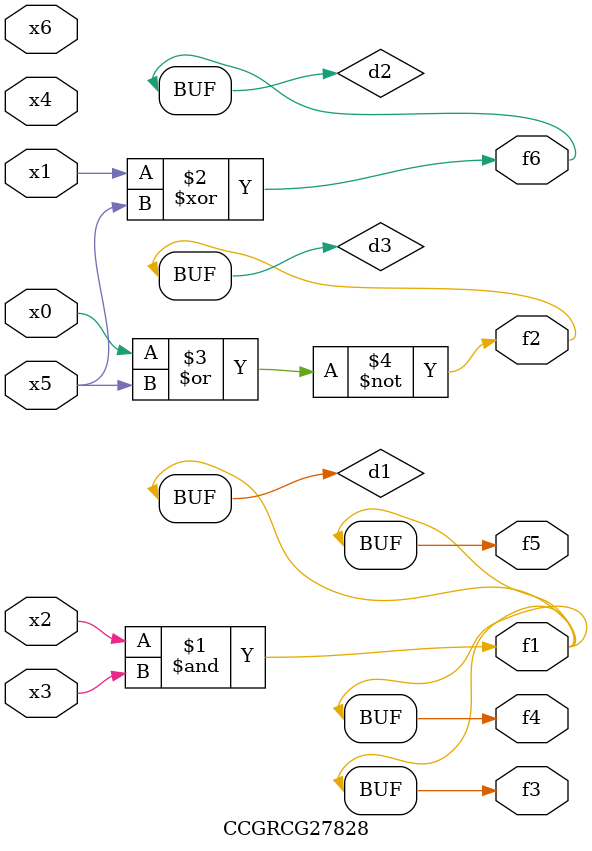
<source format=v>
module CCGRCG27828(
	input x0, x1, x2, x3, x4, x5, x6,
	output f1, f2, f3, f4, f5, f6
);

	wire d1, d2, d3;

	and (d1, x2, x3);
	xor (d2, x1, x5);
	nor (d3, x0, x5);
	assign f1 = d1;
	assign f2 = d3;
	assign f3 = d1;
	assign f4 = d1;
	assign f5 = d1;
	assign f6 = d2;
endmodule

</source>
